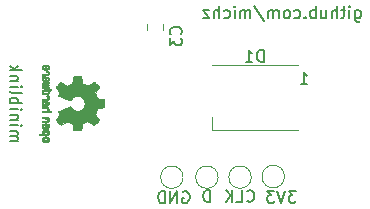
<source format=gbr>
G04 #@! TF.GenerationSoftware,KiCad,Pcbnew,5.1.3-ffb9f22~84~ubuntu18.04.1*
G04 #@! TF.CreationDate,2019-07-28T18:08:26+02:00*
G04 #@! TF.ProjectId,board,626f6172-642e-46b6-9963-61645f706362,rev?*
G04 #@! TF.SameCoordinates,Original*
G04 #@! TF.FileFunction,Legend,Bot*
G04 #@! TF.FilePolarity,Positive*
%FSLAX46Y46*%
G04 Gerber Fmt 4.6, Leading zero omitted, Abs format (unit mm)*
G04 Created by KiCad (PCBNEW 5.1.3-ffb9f22~84~ubuntu18.04.1) date 2019-07-28 18:08:26*
%MOMM*%
%LPD*%
G04 APERTURE LIST*
%ADD10C,0.180000*%
%ADD11C,0.010000*%
%ADD12C,0.120000*%
%ADD13C,0.150000*%
G04 APERTURE END LIST*
D10*
X65587619Y-113514426D02*
X66254285Y-113514426D01*
X66159047Y-113514426D02*
X66206666Y-113466807D01*
X66254285Y-113371569D01*
X66254285Y-113228712D01*
X66206666Y-113133474D01*
X66111428Y-113085855D01*
X65587619Y-113085855D01*
X66111428Y-113085855D02*
X66206666Y-113038236D01*
X66254285Y-112942998D01*
X66254285Y-112800140D01*
X66206666Y-112704902D01*
X66111428Y-112657283D01*
X65587619Y-112657283D01*
X65587619Y-112181093D02*
X66254285Y-112181093D01*
X66587619Y-112181093D02*
X66540000Y-112228712D01*
X66492380Y-112181093D01*
X66540000Y-112133474D01*
X66587619Y-112181093D01*
X66492380Y-112181093D01*
X66254285Y-111704902D02*
X65587619Y-111704902D01*
X66159047Y-111704902D02*
X66206666Y-111657283D01*
X66254285Y-111562045D01*
X66254285Y-111419188D01*
X66206666Y-111323950D01*
X66111428Y-111276331D01*
X65587619Y-111276331D01*
X65587619Y-110800140D02*
X66254285Y-110800140D01*
X66587619Y-110800140D02*
X66540000Y-110847760D01*
X66492380Y-110800140D01*
X66540000Y-110752521D01*
X66587619Y-110800140D01*
X66492380Y-110800140D01*
X65587619Y-110323950D02*
X66587619Y-110323950D01*
X66206666Y-110323950D02*
X66254285Y-110228712D01*
X66254285Y-110038236D01*
X66206666Y-109942998D01*
X66159047Y-109895379D01*
X66063809Y-109847760D01*
X65778095Y-109847760D01*
X65682857Y-109895379D01*
X65635238Y-109942998D01*
X65587619Y-110038236D01*
X65587619Y-110228712D01*
X65635238Y-110323950D01*
X65587619Y-109276331D02*
X65635238Y-109371569D01*
X65730476Y-109419188D01*
X66587619Y-109419188D01*
X65587619Y-108895379D02*
X66254285Y-108895379D01*
X66587619Y-108895379D02*
X66540000Y-108942998D01*
X66492380Y-108895379D01*
X66540000Y-108847760D01*
X66587619Y-108895379D01*
X66492380Y-108895379D01*
X66254285Y-108419188D02*
X65587619Y-108419188D01*
X66159047Y-108419188D02*
X66206666Y-108371569D01*
X66254285Y-108276331D01*
X66254285Y-108133474D01*
X66206666Y-108038236D01*
X66111428Y-107990617D01*
X65587619Y-107990617D01*
X65587619Y-107514426D02*
X66587619Y-107514426D01*
X65968571Y-107419188D02*
X65587619Y-107133474D01*
X66254285Y-107133474D02*
X65873333Y-107514426D01*
X94807586Y-102427114D02*
X94807586Y-103236638D01*
X94855205Y-103331876D01*
X94902824Y-103379495D01*
X94998062Y-103427114D01*
X95140920Y-103427114D01*
X95236158Y-103379495D01*
X94807586Y-103046161D02*
X94902824Y-103093780D01*
X95093300Y-103093780D01*
X95188539Y-103046161D01*
X95236158Y-102998542D01*
X95283777Y-102903304D01*
X95283777Y-102617590D01*
X95236158Y-102522352D01*
X95188539Y-102474733D01*
X95093300Y-102427114D01*
X94902824Y-102427114D01*
X94807586Y-102474733D01*
X94331396Y-103093780D02*
X94331396Y-102427114D01*
X94331396Y-102093780D02*
X94379015Y-102141400D01*
X94331396Y-102189019D01*
X94283777Y-102141400D01*
X94331396Y-102093780D01*
X94331396Y-102189019D01*
X93998062Y-102427114D02*
X93617110Y-102427114D01*
X93855205Y-102093780D02*
X93855205Y-102950923D01*
X93807586Y-103046161D01*
X93712348Y-103093780D01*
X93617110Y-103093780D01*
X93283777Y-103093780D02*
X93283777Y-102093780D01*
X92855205Y-103093780D02*
X92855205Y-102569971D01*
X92902824Y-102474733D01*
X92998062Y-102427114D01*
X93140920Y-102427114D01*
X93236158Y-102474733D01*
X93283777Y-102522352D01*
X91950443Y-102427114D02*
X91950443Y-103093780D01*
X92379015Y-102427114D02*
X92379015Y-102950923D01*
X92331396Y-103046161D01*
X92236158Y-103093780D01*
X92093300Y-103093780D01*
X91998062Y-103046161D01*
X91950443Y-102998542D01*
X91474253Y-103093780D02*
X91474253Y-102093780D01*
X91474253Y-102474733D02*
X91379015Y-102427114D01*
X91188539Y-102427114D01*
X91093300Y-102474733D01*
X91045681Y-102522352D01*
X90998062Y-102617590D01*
X90998062Y-102903304D01*
X91045681Y-102998542D01*
X91093300Y-103046161D01*
X91188539Y-103093780D01*
X91379015Y-103093780D01*
X91474253Y-103046161D01*
X90569491Y-102998542D02*
X90521872Y-103046161D01*
X90569491Y-103093780D01*
X90617110Y-103046161D01*
X90569491Y-102998542D01*
X90569491Y-103093780D01*
X89664729Y-103046161D02*
X89759967Y-103093780D01*
X89950443Y-103093780D01*
X90045681Y-103046161D01*
X90093300Y-102998542D01*
X90140920Y-102903304D01*
X90140920Y-102617590D01*
X90093300Y-102522352D01*
X90045681Y-102474733D01*
X89950443Y-102427114D01*
X89759967Y-102427114D01*
X89664729Y-102474733D01*
X89093300Y-103093780D02*
X89188539Y-103046161D01*
X89236158Y-102998542D01*
X89283777Y-102903304D01*
X89283777Y-102617590D01*
X89236158Y-102522352D01*
X89188539Y-102474733D01*
X89093300Y-102427114D01*
X88950443Y-102427114D01*
X88855205Y-102474733D01*
X88807586Y-102522352D01*
X88759967Y-102617590D01*
X88759967Y-102903304D01*
X88807586Y-102998542D01*
X88855205Y-103046161D01*
X88950443Y-103093780D01*
X89093300Y-103093780D01*
X88331396Y-103093780D02*
X88331396Y-102427114D01*
X88331396Y-102522352D02*
X88283777Y-102474733D01*
X88188539Y-102427114D01*
X88045681Y-102427114D01*
X87950443Y-102474733D01*
X87902824Y-102569971D01*
X87902824Y-103093780D01*
X87902824Y-102569971D02*
X87855205Y-102474733D01*
X87759967Y-102427114D01*
X87617110Y-102427114D01*
X87521872Y-102474733D01*
X87474253Y-102569971D01*
X87474253Y-103093780D01*
X86283777Y-102046161D02*
X87140920Y-103331876D01*
X85950443Y-103093780D02*
X85950443Y-102427114D01*
X85950443Y-102522352D02*
X85902824Y-102474733D01*
X85807586Y-102427114D01*
X85664729Y-102427114D01*
X85569491Y-102474733D01*
X85521872Y-102569971D01*
X85521872Y-103093780D01*
X85521872Y-102569971D02*
X85474253Y-102474733D01*
X85379015Y-102427114D01*
X85236158Y-102427114D01*
X85140920Y-102474733D01*
X85093300Y-102569971D01*
X85093300Y-103093780D01*
X84617110Y-103093780D02*
X84617110Y-102427114D01*
X84617110Y-102093780D02*
X84664729Y-102141400D01*
X84617110Y-102189019D01*
X84569491Y-102141400D01*
X84617110Y-102093780D01*
X84617110Y-102189019D01*
X83712348Y-103046161D02*
X83807586Y-103093780D01*
X83998062Y-103093780D01*
X84093300Y-103046161D01*
X84140920Y-102998542D01*
X84188539Y-102903304D01*
X84188539Y-102617590D01*
X84140920Y-102522352D01*
X84093300Y-102474733D01*
X83998062Y-102427114D01*
X83807586Y-102427114D01*
X83712348Y-102474733D01*
X83283777Y-103093780D02*
X83283777Y-102093780D01*
X82855205Y-103093780D02*
X82855205Y-102569971D01*
X82902824Y-102474733D01*
X82998062Y-102427114D01*
X83140920Y-102427114D01*
X83236158Y-102474733D01*
X83283777Y-102522352D01*
X82474253Y-102427114D02*
X81950443Y-102427114D01*
X82474253Y-103093780D01*
X81950443Y-103093780D01*
D11*
G36*
X73590632Y-110213370D02*
G01*
X73590202Y-110134826D01*
X73589038Y-110077982D01*
X73586773Y-110039175D01*
X73583040Y-110014742D01*
X73577474Y-110001018D01*
X73569707Y-109994340D01*
X73559375Y-109991044D01*
X73558037Y-109990724D01*
X73533901Y-109985718D01*
X73486279Y-109976451D01*
X73420239Y-109963888D01*
X73340852Y-109948993D01*
X73253184Y-109932729D01*
X73250105Y-109932161D01*
X73164191Y-109915870D01*
X73088284Y-109900628D01*
X73026935Y-109887419D01*
X72984698Y-109877226D01*
X72966125Y-109871032D01*
X72965796Y-109870737D01*
X72956727Y-109852492D01*
X72941613Y-109814875D01*
X72923718Y-109766009D01*
X72923622Y-109765737D01*
X72900487Y-109704187D01*
X72871015Y-109631623D01*
X72841383Y-109563223D01*
X72839918Y-109559986D01*
X72789354Y-109448578D01*
X72957820Y-109201881D01*
X73009177Y-109126203D01*
X73055091Y-109057649D01*
X73092950Y-109000192D01*
X73120143Y-108957804D01*
X73134059Y-108934455D01*
X73135091Y-108932238D01*
X73130496Y-108915270D01*
X73108325Y-108883579D01*
X73067533Y-108835928D01*
X73007075Y-108771082D01*
X72942753Y-108704883D01*
X72879368Y-108641066D01*
X72821529Y-108583951D01*
X72772805Y-108536975D01*
X72736770Y-108503577D01*
X72716996Y-108487195D01*
X72715978Y-108486586D01*
X72702408Y-108484775D01*
X72680247Y-108491597D01*
X72646502Y-108508740D01*
X72598180Y-108537887D01*
X72532288Y-108580725D01*
X72447463Y-108637832D01*
X72372803Y-108688514D01*
X72305840Y-108733819D01*
X72250464Y-108771130D01*
X72210560Y-108797828D01*
X72190018Y-108811295D01*
X72188624Y-108812143D01*
X72168942Y-108810499D01*
X72130687Y-108798035D01*
X72081091Y-108777232D01*
X72065252Y-108769818D01*
X71994690Y-108737466D01*
X71914627Y-108702952D01*
X71845351Y-108674915D01*
X71793935Y-108654712D01*
X71754861Y-108638665D01*
X71734439Y-108629392D01*
X71732866Y-108628239D01*
X71730259Y-108611184D01*
X71723117Y-108570982D01*
X71712457Y-108512978D01*
X71699295Y-108442517D01*
X71684647Y-108364945D01*
X71669531Y-108285608D01*
X71654962Y-108209849D01*
X71641958Y-108143016D01*
X71631535Y-108090452D01*
X71624710Y-108057504D01*
X71622781Y-108049423D01*
X71618018Y-108041075D01*
X71607262Y-108034774D01*
X71586882Y-108030235D01*
X71553246Y-108027176D01*
X71502725Y-108025313D01*
X71431688Y-108024362D01*
X71336504Y-108024040D01*
X71297488Y-108024023D01*
X70980181Y-108024023D01*
X70965141Y-108100223D01*
X70956985Y-108142617D01*
X70945081Y-108205880D01*
X70930864Y-108282318D01*
X70915770Y-108364237D01*
X70911625Y-108386880D01*
X70896927Y-108462474D01*
X70882475Y-108528327D01*
X70869605Y-108578914D01*
X70859658Y-108608706D01*
X70856693Y-108613668D01*
X70835697Y-108625854D01*
X70795013Y-108643327D01*
X70742658Y-108662703D01*
X70731380Y-108666546D01*
X70661457Y-108691941D01*
X70582562Y-108723463D01*
X70511714Y-108754311D01*
X70511385Y-108754463D01*
X70400247Y-108805833D01*
X70151727Y-108636881D01*
X69903208Y-108467928D01*
X69685922Y-108684851D01*
X69621254Y-108750461D01*
X69564247Y-108810301D01*
X69517947Y-108861013D01*
X69485396Y-108899234D01*
X69469637Y-108921605D01*
X69468637Y-108924814D01*
X69476511Y-108943654D01*
X69498402Y-108982100D01*
X69531713Y-109035950D01*
X69573849Y-109101004D01*
X69621037Y-109171340D01*
X69669170Y-109242725D01*
X69711052Y-109306372D01*
X69744109Y-109358239D01*
X69765762Y-109394285D01*
X69773437Y-109410413D01*
X69766943Y-109430091D01*
X69749830Y-109467405D01*
X69725654Y-109514659D01*
X69722967Y-109519668D01*
X69691053Y-109583303D01*
X69675401Y-109626939D01*
X69675235Y-109654078D01*
X69689776Y-109668223D01*
X69689980Y-109668305D01*
X69707201Y-109675375D01*
X69748081Y-109692238D01*
X69809455Y-109717585D01*
X69888161Y-109750109D01*
X69981033Y-109788502D01*
X70084908Y-109831458D01*
X70185478Y-109873058D01*
X70296464Y-109918776D01*
X70399277Y-109960754D01*
X70490765Y-109997732D01*
X70567779Y-110028453D01*
X70627165Y-110051658D01*
X70665771Y-110066090D01*
X70680180Y-110070537D01*
X70696708Y-110059384D01*
X70723050Y-110030211D01*
X70752093Y-109991309D01*
X70843941Y-109880523D01*
X70949221Y-109793929D01*
X71065714Y-109732564D01*
X71191204Y-109697465D01*
X71323473Y-109689672D01*
X71384523Y-109695337D01*
X71511185Y-109726202D01*
X71623039Y-109779360D01*
X71718979Y-109851513D01*
X71797904Y-109939363D01*
X71858710Y-110039615D01*
X71900293Y-110148970D01*
X71921552Y-110264133D01*
X71921381Y-110381805D01*
X71898679Y-110498690D01*
X71852342Y-110611491D01*
X71781267Y-110716911D01*
X71741069Y-110760912D01*
X71637851Y-110845301D01*
X71525055Y-110904058D01*
X71405970Y-110937576D01*
X71283885Y-110946245D01*
X71162087Y-110930457D01*
X71043864Y-110890602D01*
X70932505Y-110827073D01*
X70831296Y-110740259D01*
X70752093Y-110643251D01*
X70721818Y-110602843D01*
X70695761Y-110574298D01*
X70680155Y-110564023D01*
X70663137Y-110569403D01*
X70622480Y-110584705D01*
X70561338Y-110608668D01*
X70482861Y-110640036D01*
X70390200Y-110677548D01*
X70286508Y-110719947D01*
X70185454Y-110761617D01*
X70074373Y-110807590D01*
X69971439Y-110850173D01*
X69879815Y-110888059D01*
X69802664Y-110919940D01*
X69743149Y-110944509D01*
X69704436Y-110960460D01*
X69689980Y-110966370D01*
X69675295Y-110980332D01*
X69675338Y-111007340D01*
X69690881Y-111050867D01*
X69722696Y-111114390D01*
X69722967Y-111114892D01*
X69747657Y-111162720D01*
X69765642Y-111201383D01*
X69773366Y-111223185D01*
X69773437Y-111224147D01*
X69765602Y-111240559D01*
X69743815Y-111276793D01*
X69710652Y-111328806D01*
X69668689Y-111392555D01*
X69621037Y-111463220D01*
X69572789Y-111535164D01*
X69530829Y-111600006D01*
X69497753Y-111653545D01*
X69476159Y-111691583D01*
X69468637Y-111709747D01*
X69478523Y-111726472D01*
X69506154Y-111760100D01*
X69548485Y-111807270D01*
X69602475Y-111864622D01*
X69665081Y-111928796D01*
X69685997Y-111949783D01*
X69903357Y-112166781D01*
X70145760Y-112001612D01*
X70220199Y-111951416D01*
X70287008Y-111907361D01*
X70342315Y-111871918D01*
X70382251Y-111847561D01*
X70402944Y-111836758D01*
X70404417Y-111836442D01*
X70423922Y-111842137D01*
X70463158Y-111857454D01*
X70515550Y-111879743D01*
X70550625Y-111895387D01*
X70617779Y-111924639D01*
X70685622Y-111952186D01*
X70742946Y-111973543D01*
X70760408Y-111979345D01*
X70807042Y-111995828D01*
X70843075Y-112011940D01*
X70856693Y-112020790D01*
X70865028Y-112040320D01*
X70876843Y-112082946D01*
X70890799Y-112143135D01*
X70905558Y-112215358D01*
X70911625Y-112247680D01*
X70926707Y-112329758D01*
X70941311Y-112408485D01*
X70954000Y-112476171D01*
X70963338Y-112525120D01*
X70965141Y-112534337D01*
X70980181Y-112610537D01*
X71297488Y-112610537D01*
X71401826Y-112610366D01*
X71480767Y-112609664D01*
X71537942Y-112608146D01*
X71576981Y-112605531D01*
X71601515Y-112601534D01*
X71615175Y-112595871D01*
X71621591Y-112588260D01*
X71622781Y-112585137D01*
X71627000Y-112566302D01*
X71635418Y-112524692D01*
X71647019Y-112465650D01*
X71660785Y-112394523D01*
X71675700Y-112316655D01*
X71690748Y-112237393D01*
X71704911Y-112162082D01*
X71717174Y-112096067D01*
X71726519Y-112044693D01*
X71731930Y-112013305D01*
X71732866Y-112006321D01*
X71745384Y-111999995D01*
X71778734Y-111985990D01*
X71826603Y-111966925D01*
X71845351Y-111959646D01*
X71917785Y-111930284D01*
X71997810Y-111895709D01*
X72065252Y-111864743D01*
X72116821Y-111841957D01*
X72159195Y-111826798D01*
X72185146Y-111821738D01*
X72188624Y-111822544D01*
X72205044Y-111833239D01*
X72241563Y-111857660D01*
X72294293Y-111893185D01*
X72359345Y-111937193D01*
X72432829Y-111987063D01*
X72447335Y-111996924D01*
X72533276Y-112054788D01*
X72598719Y-112097324D01*
X72646676Y-112126226D01*
X72680160Y-112143190D01*
X72702185Y-112149913D01*
X72715763Y-112148090D01*
X72715849Y-112148044D01*
X72733683Y-112133694D01*
X72768163Y-112101957D01*
X72815712Y-112056270D01*
X72872758Y-112000076D01*
X72935725Y-111936812D01*
X72942753Y-111929678D01*
X73019960Y-111849950D01*
X73076650Y-111788423D01*
X73113870Y-111743859D01*
X73132665Y-111715023D01*
X73135091Y-111702322D01*
X73124509Y-111683786D01*
X73100064Y-111645319D01*
X73064368Y-111590894D01*
X73020033Y-111524482D01*
X72969669Y-111450055D01*
X72957820Y-111432679D01*
X72789354Y-111185983D01*
X72839918Y-111074574D01*
X72869385Y-111006823D01*
X72899021Y-110934097D01*
X72922650Y-110871577D01*
X72923622Y-110868823D01*
X72941523Y-110819920D01*
X72956660Y-110782223D01*
X72965770Y-110763855D01*
X72965796Y-110763824D01*
X72982263Y-110757995D01*
X73022761Y-110748088D01*
X73082738Y-110735085D01*
X73157640Y-110719971D01*
X73242916Y-110703728D01*
X73250105Y-110702399D01*
X73337966Y-110686105D01*
X73417720Y-110671147D01*
X73484299Y-110658489D01*
X73532633Y-110649094D01*
X73557655Y-110643926D01*
X73558037Y-110643836D01*
X73568681Y-110640691D01*
X73576718Y-110634576D01*
X73582513Y-110621827D01*
X73586433Y-110598780D01*
X73588845Y-110561771D01*
X73590115Y-110507136D01*
X73590609Y-110431213D01*
X73590694Y-110330336D01*
X73590694Y-110317280D01*
X73590632Y-110213370D01*
X73590632Y-110213370D01*
G37*
X73590632Y-110213370D02*
X73590202Y-110134826D01*
X73589038Y-110077982D01*
X73586773Y-110039175D01*
X73583040Y-110014742D01*
X73577474Y-110001018D01*
X73569707Y-109994340D01*
X73559375Y-109991044D01*
X73558037Y-109990724D01*
X73533901Y-109985718D01*
X73486279Y-109976451D01*
X73420239Y-109963888D01*
X73340852Y-109948993D01*
X73253184Y-109932729D01*
X73250105Y-109932161D01*
X73164191Y-109915870D01*
X73088284Y-109900628D01*
X73026935Y-109887419D01*
X72984698Y-109877226D01*
X72966125Y-109871032D01*
X72965796Y-109870737D01*
X72956727Y-109852492D01*
X72941613Y-109814875D01*
X72923718Y-109766009D01*
X72923622Y-109765737D01*
X72900487Y-109704187D01*
X72871015Y-109631623D01*
X72841383Y-109563223D01*
X72839918Y-109559986D01*
X72789354Y-109448578D01*
X72957820Y-109201881D01*
X73009177Y-109126203D01*
X73055091Y-109057649D01*
X73092950Y-109000192D01*
X73120143Y-108957804D01*
X73134059Y-108934455D01*
X73135091Y-108932238D01*
X73130496Y-108915270D01*
X73108325Y-108883579D01*
X73067533Y-108835928D01*
X73007075Y-108771082D01*
X72942753Y-108704883D01*
X72879368Y-108641066D01*
X72821529Y-108583951D01*
X72772805Y-108536975D01*
X72736770Y-108503577D01*
X72716996Y-108487195D01*
X72715978Y-108486586D01*
X72702408Y-108484775D01*
X72680247Y-108491597D01*
X72646502Y-108508740D01*
X72598180Y-108537887D01*
X72532288Y-108580725D01*
X72447463Y-108637832D01*
X72372803Y-108688514D01*
X72305840Y-108733819D01*
X72250464Y-108771130D01*
X72210560Y-108797828D01*
X72190018Y-108811295D01*
X72188624Y-108812143D01*
X72168942Y-108810499D01*
X72130687Y-108798035D01*
X72081091Y-108777232D01*
X72065252Y-108769818D01*
X71994690Y-108737466D01*
X71914627Y-108702952D01*
X71845351Y-108674915D01*
X71793935Y-108654712D01*
X71754861Y-108638665D01*
X71734439Y-108629392D01*
X71732866Y-108628239D01*
X71730259Y-108611184D01*
X71723117Y-108570982D01*
X71712457Y-108512978D01*
X71699295Y-108442517D01*
X71684647Y-108364945D01*
X71669531Y-108285608D01*
X71654962Y-108209849D01*
X71641958Y-108143016D01*
X71631535Y-108090452D01*
X71624710Y-108057504D01*
X71622781Y-108049423D01*
X71618018Y-108041075D01*
X71607262Y-108034774D01*
X71586882Y-108030235D01*
X71553246Y-108027176D01*
X71502725Y-108025313D01*
X71431688Y-108024362D01*
X71336504Y-108024040D01*
X71297488Y-108024023D01*
X70980181Y-108024023D01*
X70965141Y-108100223D01*
X70956985Y-108142617D01*
X70945081Y-108205880D01*
X70930864Y-108282318D01*
X70915770Y-108364237D01*
X70911625Y-108386880D01*
X70896927Y-108462474D01*
X70882475Y-108528327D01*
X70869605Y-108578914D01*
X70859658Y-108608706D01*
X70856693Y-108613668D01*
X70835697Y-108625854D01*
X70795013Y-108643327D01*
X70742658Y-108662703D01*
X70731380Y-108666546D01*
X70661457Y-108691941D01*
X70582562Y-108723463D01*
X70511714Y-108754311D01*
X70511385Y-108754463D01*
X70400247Y-108805833D01*
X70151727Y-108636881D01*
X69903208Y-108467928D01*
X69685922Y-108684851D01*
X69621254Y-108750461D01*
X69564247Y-108810301D01*
X69517947Y-108861013D01*
X69485396Y-108899234D01*
X69469637Y-108921605D01*
X69468637Y-108924814D01*
X69476511Y-108943654D01*
X69498402Y-108982100D01*
X69531713Y-109035950D01*
X69573849Y-109101004D01*
X69621037Y-109171340D01*
X69669170Y-109242725D01*
X69711052Y-109306372D01*
X69744109Y-109358239D01*
X69765762Y-109394285D01*
X69773437Y-109410413D01*
X69766943Y-109430091D01*
X69749830Y-109467405D01*
X69725654Y-109514659D01*
X69722967Y-109519668D01*
X69691053Y-109583303D01*
X69675401Y-109626939D01*
X69675235Y-109654078D01*
X69689776Y-109668223D01*
X69689980Y-109668305D01*
X69707201Y-109675375D01*
X69748081Y-109692238D01*
X69809455Y-109717585D01*
X69888161Y-109750109D01*
X69981033Y-109788502D01*
X70084908Y-109831458D01*
X70185478Y-109873058D01*
X70296464Y-109918776D01*
X70399277Y-109960754D01*
X70490765Y-109997732D01*
X70567779Y-110028453D01*
X70627165Y-110051658D01*
X70665771Y-110066090D01*
X70680180Y-110070537D01*
X70696708Y-110059384D01*
X70723050Y-110030211D01*
X70752093Y-109991309D01*
X70843941Y-109880523D01*
X70949221Y-109793929D01*
X71065714Y-109732564D01*
X71191204Y-109697465D01*
X71323473Y-109689672D01*
X71384523Y-109695337D01*
X71511185Y-109726202D01*
X71623039Y-109779360D01*
X71718979Y-109851513D01*
X71797904Y-109939363D01*
X71858710Y-110039615D01*
X71900293Y-110148970D01*
X71921552Y-110264133D01*
X71921381Y-110381805D01*
X71898679Y-110498690D01*
X71852342Y-110611491D01*
X71781267Y-110716911D01*
X71741069Y-110760912D01*
X71637851Y-110845301D01*
X71525055Y-110904058D01*
X71405970Y-110937576D01*
X71283885Y-110946245D01*
X71162087Y-110930457D01*
X71043864Y-110890602D01*
X70932505Y-110827073D01*
X70831296Y-110740259D01*
X70752093Y-110643251D01*
X70721818Y-110602843D01*
X70695761Y-110574298D01*
X70680155Y-110564023D01*
X70663137Y-110569403D01*
X70622480Y-110584705D01*
X70561338Y-110608668D01*
X70482861Y-110640036D01*
X70390200Y-110677548D01*
X70286508Y-110719947D01*
X70185454Y-110761617D01*
X70074373Y-110807590D01*
X69971439Y-110850173D01*
X69879815Y-110888059D01*
X69802664Y-110919940D01*
X69743149Y-110944509D01*
X69704436Y-110960460D01*
X69689980Y-110966370D01*
X69675295Y-110980332D01*
X69675338Y-111007340D01*
X69690881Y-111050867D01*
X69722696Y-111114390D01*
X69722967Y-111114892D01*
X69747657Y-111162720D01*
X69765642Y-111201383D01*
X69773366Y-111223185D01*
X69773437Y-111224147D01*
X69765602Y-111240559D01*
X69743815Y-111276793D01*
X69710652Y-111328806D01*
X69668689Y-111392555D01*
X69621037Y-111463220D01*
X69572789Y-111535164D01*
X69530829Y-111600006D01*
X69497753Y-111653545D01*
X69476159Y-111691583D01*
X69468637Y-111709747D01*
X69478523Y-111726472D01*
X69506154Y-111760100D01*
X69548485Y-111807270D01*
X69602475Y-111864622D01*
X69665081Y-111928796D01*
X69685997Y-111949783D01*
X69903357Y-112166781D01*
X70145760Y-112001612D01*
X70220199Y-111951416D01*
X70287008Y-111907361D01*
X70342315Y-111871918D01*
X70382251Y-111847561D01*
X70402944Y-111836758D01*
X70404417Y-111836442D01*
X70423922Y-111842137D01*
X70463158Y-111857454D01*
X70515550Y-111879743D01*
X70550625Y-111895387D01*
X70617779Y-111924639D01*
X70685622Y-111952186D01*
X70742946Y-111973543D01*
X70760408Y-111979345D01*
X70807042Y-111995828D01*
X70843075Y-112011940D01*
X70856693Y-112020790D01*
X70865028Y-112040320D01*
X70876843Y-112082946D01*
X70890799Y-112143135D01*
X70905558Y-112215358D01*
X70911625Y-112247680D01*
X70926707Y-112329758D01*
X70941311Y-112408485D01*
X70954000Y-112476171D01*
X70963338Y-112525120D01*
X70965141Y-112534337D01*
X70980181Y-112610537D01*
X71297488Y-112610537D01*
X71401826Y-112610366D01*
X71480767Y-112609664D01*
X71537942Y-112608146D01*
X71576981Y-112605531D01*
X71601515Y-112601534D01*
X71615175Y-112595871D01*
X71621591Y-112588260D01*
X71622781Y-112585137D01*
X71627000Y-112566302D01*
X71635418Y-112524692D01*
X71647019Y-112465650D01*
X71660785Y-112394523D01*
X71675700Y-112316655D01*
X71690748Y-112237393D01*
X71704911Y-112162082D01*
X71717174Y-112096067D01*
X71726519Y-112044693D01*
X71731930Y-112013305D01*
X71732866Y-112006321D01*
X71745384Y-111999995D01*
X71778734Y-111985990D01*
X71826603Y-111966925D01*
X71845351Y-111959646D01*
X71917785Y-111930284D01*
X71997810Y-111895709D01*
X72065252Y-111864743D01*
X72116821Y-111841957D01*
X72159195Y-111826798D01*
X72185146Y-111821738D01*
X72188624Y-111822544D01*
X72205044Y-111833239D01*
X72241563Y-111857660D01*
X72294293Y-111893185D01*
X72359345Y-111937193D01*
X72432829Y-111987063D01*
X72447335Y-111996924D01*
X72533276Y-112054788D01*
X72598719Y-112097324D01*
X72646676Y-112126226D01*
X72680160Y-112143190D01*
X72702185Y-112149913D01*
X72715763Y-112148090D01*
X72715849Y-112148044D01*
X72733683Y-112133694D01*
X72768163Y-112101957D01*
X72815712Y-112056270D01*
X72872758Y-112000076D01*
X72935725Y-111936812D01*
X72942753Y-111929678D01*
X73019960Y-111849950D01*
X73076650Y-111788423D01*
X73113870Y-111743859D01*
X73132665Y-111715023D01*
X73135091Y-111702322D01*
X73124509Y-111683786D01*
X73100064Y-111645319D01*
X73064368Y-111590894D01*
X73020033Y-111524482D01*
X72969669Y-111450055D01*
X72957820Y-111432679D01*
X72789354Y-111185983D01*
X72839918Y-111074574D01*
X72869385Y-111006823D01*
X72899021Y-110934097D01*
X72922650Y-110871577D01*
X72923622Y-110868823D01*
X72941523Y-110819920D01*
X72956660Y-110782223D01*
X72965770Y-110763855D01*
X72965796Y-110763824D01*
X72982263Y-110757995D01*
X73022761Y-110748088D01*
X73082738Y-110735085D01*
X73157640Y-110719971D01*
X73242916Y-110703728D01*
X73250105Y-110702399D01*
X73337966Y-110686105D01*
X73417720Y-110671147D01*
X73484299Y-110658489D01*
X73532633Y-110649094D01*
X73557655Y-110643926D01*
X73558037Y-110643836D01*
X73568681Y-110640691D01*
X73576718Y-110634576D01*
X73582513Y-110621827D01*
X73586433Y-110598780D01*
X73588845Y-110561771D01*
X73590115Y-110507136D01*
X73590609Y-110431213D01*
X73590694Y-110330336D01*
X73590694Y-110317280D01*
X73590632Y-110213370D01*
G36*
X68866014Y-107163685D02*
G01*
X68828483Y-107106259D01*
X68794884Y-107078561D01*
X68733916Y-107056618D01*
X68685672Y-107054875D01*
X68621164Y-107058823D01*
X68556046Y-107207594D01*
X68522778Y-107279931D01*
X68496016Y-107327196D01*
X68472836Y-107351773D01*
X68450313Y-107356043D01*
X68425525Y-107342391D01*
X68409094Y-107327337D01*
X68382745Y-107283534D01*
X68380899Y-107235891D01*
X68401434Y-107192135D01*
X68442228Y-107159991D01*
X68456633Y-107154242D01*
X68501624Y-107126704D01*
X68520798Y-107095022D01*
X68537201Y-107051566D01*
X68475014Y-107051566D01*
X68432697Y-107055408D01*
X68397011Y-107070457D01*
X68356037Y-107102000D01*
X68350713Y-107106688D01*
X68314260Y-107141774D01*
X68294697Y-107171933D01*
X68285697Y-107209665D01*
X68282750Y-107240945D01*
X68282015Y-107296895D01*
X68291320Y-107336725D01*
X68305134Y-107361572D01*
X68335513Y-107400624D01*
X68368367Y-107427655D01*
X68409686Y-107444763D01*
X68465459Y-107454042D01*
X68541675Y-107457587D01*
X68580358Y-107457870D01*
X68626733Y-107456908D01*
X68626733Y-107369273D01*
X68601854Y-107368257D01*
X68597780Y-107365724D01*
X68603315Y-107349006D01*
X68617963Y-107313031D01*
X68638790Y-107264949D01*
X68643266Y-107254894D01*
X68674166Y-107194128D01*
X68701323Y-107160648D01*
X68726760Y-107153290D01*
X68752499Y-107170889D01*
X68763871Y-107185424D01*
X68786616Y-107237870D01*
X68782858Y-107286958D01*
X68755096Y-107328053D01*
X68705828Y-107356522D01*
X68666723Y-107365649D01*
X68626733Y-107369273D01*
X68626733Y-107456908D01*
X68670731Y-107455995D01*
X68737596Y-107449084D01*
X68786285Y-107435396D01*
X68822131Y-107413184D01*
X68850467Y-107380706D01*
X68859625Y-107366547D01*
X68883473Y-107302227D01*
X68884974Y-107231807D01*
X68866014Y-107163685D01*
X68866014Y-107163685D01*
G37*
X68866014Y-107163685D02*
X68828483Y-107106259D01*
X68794884Y-107078561D01*
X68733916Y-107056618D01*
X68685672Y-107054875D01*
X68621164Y-107058823D01*
X68556046Y-107207594D01*
X68522778Y-107279931D01*
X68496016Y-107327196D01*
X68472836Y-107351773D01*
X68450313Y-107356043D01*
X68425525Y-107342391D01*
X68409094Y-107327337D01*
X68382745Y-107283534D01*
X68380899Y-107235891D01*
X68401434Y-107192135D01*
X68442228Y-107159991D01*
X68456633Y-107154242D01*
X68501624Y-107126704D01*
X68520798Y-107095022D01*
X68537201Y-107051566D01*
X68475014Y-107051566D01*
X68432697Y-107055408D01*
X68397011Y-107070457D01*
X68356037Y-107102000D01*
X68350713Y-107106688D01*
X68314260Y-107141774D01*
X68294697Y-107171933D01*
X68285697Y-107209665D01*
X68282750Y-107240945D01*
X68282015Y-107296895D01*
X68291320Y-107336725D01*
X68305134Y-107361572D01*
X68335513Y-107400624D01*
X68368367Y-107427655D01*
X68409686Y-107444763D01*
X68465459Y-107454042D01*
X68541675Y-107457587D01*
X68580358Y-107457870D01*
X68626733Y-107456908D01*
X68626733Y-107369273D01*
X68601854Y-107368257D01*
X68597780Y-107365724D01*
X68603315Y-107349006D01*
X68617963Y-107313031D01*
X68638790Y-107264949D01*
X68643266Y-107254894D01*
X68674166Y-107194128D01*
X68701323Y-107160648D01*
X68726760Y-107153290D01*
X68752499Y-107170889D01*
X68763871Y-107185424D01*
X68786616Y-107237870D01*
X68782858Y-107286958D01*
X68755096Y-107328053D01*
X68705828Y-107356522D01*
X68666723Y-107365649D01*
X68626733Y-107369273D01*
X68626733Y-107456908D01*
X68670731Y-107455995D01*
X68737596Y-107449084D01*
X68786285Y-107435396D01*
X68822131Y-107413184D01*
X68850467Y-107380706D01*
X68859625Y-107366547D01*
X68883473Y-107302227D01*
X68884974Y-107231807D01*
X68866014Y-107163685D01*
G36*
X68874228Y-107664680D02*
G01*
X68866646Y-107647332D01*
X68833852Y-107605924D01*
X68786433Y-107570515D01*
X68735829Y-107548616D01*
X68710882Y-107545051D01*
X68676053Y-107557001D01*
X68657623Y-107583213D01*
X68646464Y-107611316D01*
X68644408Y-107624185D01*
X68659331Y-107630451D01*
X68691805Y-107642824D01*
X68706478Y-107648252D01*
X68757236Y-107678690D01*
X68782553Y-107722760D01*
X68781774Y-107779270D01*
X68780777Y-107783455D01*
X68766473Y-107813625D01*
X68738587Y-107835804D01*
X68693693Y-107850953D01*
X68628365Y-107860030D01*
X68539176Y-107863994D01*
X68491719Y-107864366D01*
X68416909Y-107864550D01*
X68365911Y-107865758D01*
X68333509Y-107868971D01*
X68314485Y-107875171D01*
X68303624Y-107885340D01*
X68295708Y-107900461D01*
X68295310Y-107901334D01*
X68282999Y-107930452D01*
X68278466Y-107944877D01*
X68292171Y-107947094D01*
X68330055Y-107948991D01*
X68387265Y-107950433D01*
X68458953Y-107951282D01*
X68511415Y-107951451D01*
X68612933Y-107950588D01*
X68689948Y-107947210D01*
X68746957Y-107940138D01*
X68788454Y-107928192D01*
X68818937Y-107910190D01*
X68842900Y-107884953D01*
X68859625Y-107860033D01*
X68881883Y-107800109D01*
X68886904Y-107730369D01*
X68874228Y-107664680D01*
X68874228Y-107664680D01*
G37*
X68874228Y-107664680D02*
X68866646Y-107647332D01*
X68833852Y-107605924D01*
X68786433Y-107570515D01*
X68735829Y-107548616D01*
X68710882Y-107545051D01*
X68676053Y-107557001D01*
X68657623Y-107583213D01*
X68646464Y-107611316D01*
X68644408Y-107624185D01*
X68659331Y-107630451D01*
X68691805Y-107642824D01*
X68706478Y-107648252D01*
X68757236Y-107678690D01*
X68782553Y-107722760D01*
X68781774Y-107779270D01*
X68780777Y-107783455D01*
X68766473Y-107813625D01*
X68738587Y-107835804D01*
X68693693Y-107850953D01*
X68628365Y-107860030D01*
X68539176Y-107863994D01*
X68491719Y-107864366D01*
X68416909Y-107864550D01*
X68365911Y-107865758D01*
X68333509Y-107868971D01*
X68314485Y-107875171D01*
X68303624Y-107885340D01*
X68295708Y-107900461D01*
X68295310Y-107901334D01*
X68282999Y-107930452D01*
X68278466Y-107944877D01*
X68292171Y-107947094D01*
X68330055Y-107948991D01*
X68387265Y-107950433D01*
X68458953Y-107951282D01*
X68511415Y-107951451D01*
X68612933Y-107950588D01*
X68689948Y-107947210D01*
X68746957Y-107940138D01*
X68788454Y-107928192D01*
X68818937Y-107910190D01*
X68842900Y-107884953D01*
X68859625Y-107860033D01*
X68881883Y-107800109D01*
X68886904Y-107730369D01*
X68874228Y-107664680D01*
G36*
X68876645Y-108172404D02*
G01*
X68857636Y-108130613D01*
X68834602Y-108097811D01*
X68808847Y-108073777D01*
X68775622Y-108057183D01*
X68730180Y-108046703D01*
X68667773Y-108041009D01*
X68583653Y-108038773D01*
X68528259Y-108038537D01*
X68312154Y-108038537D01*
X68295310Y-108075506D01*
X68282999Y-108104624D01*
X68278466Y-108119049D01*
X68291955Y-108121808D01*
X68328327Y-108123998D01*
X68381438Y-108125338D01*
X68423608Y-108125623D01*
X68484533Y-108126846D01*
X68532865Y-108130144D01*
X68562462Y-108134959D01*
X68568751Y-108138784D01*
X68562328Y-108164497D01*
X68545855Y-108204862D01*
X68523522Y-108251601D01*
X68499523Y-108296435D01*
X68478050Y-108331087D01*
X68463295Y-108347278D01*
X68463135Y-108347342D01*
X68435828Y-108345950D01*
X68409761Y-108333462D01*
X68388588Y-108311537D01*
X68381506Y-108279537D01*
X68382331Y-108252188D01*
X68382938Y-108213454D01*
X68373864Y-108193122D01*
X68349888Y-108180911D01*
X68345367Y-108179371D01*
X68311174Y-108174077D01*
X68290412Y-108188233D01*
X68280518Y-108225132D01*
X68278688Y-108264991D01*
X68292253Y-108336718D01*
X68311625Y-108373848D01*
X68357135Y-108419704D01*
X68412997Y-108444024D01*
X68472023Y-108446207D01*
X68527027Y-108425651D01*
X68561494Y-108394731D01*
X68580791Y-108363860D01*
X68605221Y-108315338D01*
X68629995Y-108258795D01*
X68633781Y-108249370D01*
X68661189Y-108187261D01*
X68685346Y-108151458D01*
X68709361Y-108139943D01*
X68736345Y-108150700D01*
X68757437Y-108169166D01*
X68783408Y-108212811D01*
X68785356Y-108260834D01*
X68765343Y-108304874D01*
X68725429Y-108336571D01*
X68715132Y-108340731D01*
X68677256Y-108364953D01*
X68649138Y-108400315D01*
X68626063Y-108444937D01*
X68691495Y-108444937D01*
X68731474Y-108442311D01*
X68762983Y-108431050D01*
X68796602Y-108406081D01*
X68822496Y-108382111D01*
X68859163Y-108344839D01*
X68878859Y-108315879D01*
X68886760Y-108284775D01*
X68888066Y-108249567D01*
X68876645Y-108172404D01*
X68876645Y-108172404D01*
G37*
X68876645Y-108172404D02*
X68857636Y-108130613D01*
X68834602Y-108097811D01*
X68808847Y-108073777D01*
X68775622Y-108057183D01*
X68730180Y-108046703D01*
X68667773Y-108041009D01*
X68583653Y-108038773D01*
X68528259Y-108038537D01*
X68312154Y-108038537D01*
X68295310Y-108075506D01*
X68282999Y-108104624D01*
X68278466Y-108119049D01*
X68291955Y-108121808D01*
X68328327Y-108123998D01*
X68381438Y-108125338D01*
X68423608Y-108125623D01*
X68484533Y-108126846D01*
X68532865Y-108130144D01*
X68562462Y-108134959D01*
X68568751Y-108138784D01*
X68562328Y-108164497D01*
X68545855Y-108204862D01*
X68523522Y-108251601D01*
X68499523Y-108296435D01*
X68478050Y-108331087D01*
X68463295Y-108347278D01*
X68463135Y-108347342D01*
X68435828Y-108345950D01*
X68409761Y-108333462D01*
X68388588Y-108311537D01*
X68381506Y-108279537D01*
X68382331Y-108252188D01*
X68382938Y-108213454D01*
X68373864Y-108193122D01*
X68349888Y-108180911D01*
X68345367Y-108179371D01*
X68311174Y-108174077D01*
X68290412Y-108188233D01*
X68280518Y-108225132D01*
X68278688Y-108264991D01*
X68292253Y-108336718D01*
X68311625Y-108373848D01*
X68357135Y-108419704D01*
X68412997Y-108444024D01*
X68472023Y-108446207D01*
X68527027Y-108425651D01*
X68561494Y-108394731D01*
X68580791Y-108363860D01*
X68605221Y-108315338D01*
X68629995Y-108258795D01*
X68633781Y-108249370D01*
X68661189Y-108187261D01*
X68685346Y-108151458D01*
X68709361Y-108139943D01*
X68736345Y-108150700D01*
X68757437Y-108169166D01*
X68783408Y-108212811D01*
X68785356Y-108260834D01*
X68765343Y-108304874D01*
X68725429Y-108336571D01*
X68715132Y-108340731D01*
X68677256Y-108364953D01*
X68649138Y-108400315D01*
X68626063Y-108444937D01*
X68691495Y-108444937D01*
X68731474Y-108442311D01*
X68762983Y-108431050D01*
X68796602Y-108406081D01*
X68822496Y-108382111D01*
X68859163Y-108344839D01*
X68878859Y-108315879D01*
X68886760Y-108284775D01*
X68888066Y-108249567D01*
X68876645Y-108172404D01*
G36*
X68874317Y-108537447D02*
G01*
X68836130Y-108535232D01*
X68778094Y-108533496D01*
X68704800Y-108532381D01*
X68627925Y-108532023D01*
X68367784Y-108532023D01*
X68321853Y-108577954D01*
X68293551Y-108609605D01*
X68282087Y-108637390D01*
X68282812Y-108675365D01*
X68284659Y-108690440D01*
X68290032Y-108737554D01*
X68293111Y-108776524D01*
X68293395Y-108786023D01*
X68291535Y-108818047D01*
X68286866Y-108863848D01*
X68284659Y-108881606D01*
X68281245Y-108925223D01*
X68288660Y-108954535D01*
X68311553Y-108983600D01*
X68321853Y-108994092D01*
X68367784Y-109040023D01*
X68854378Y-109040023D01*
X68871222Y-109003054D01*
X68883698Y-108971221D01*
X68888066Y-108952597D01*
X68874262Y-108947822D01*
X68835694Y-108943359D01*
X68776624Y-108939505D01*
X68701317Y-108936558D01*
X68637694Y-108935137D01*
X68387323Y-108931166D01*
X68382424Y-108896521D01*
X68385849Y-108865012D01*
X68396939Y-108849572D01*
X68417672Y-108845257D01*
X68461835Y-108841572D01*
X68523834Y-108838811D01*
X68598071Y-108837268D01*
X68636274Y-108837045D01*
X68856197Y-108836823D01*
X68872131Y-108791114D01*
X68882965Y-108758762D01*
X68888018Y-108741165D01*
X68888066Y-108740657D01*
X68874332Y-108738892D01*
X68836250Y-108736951D01*
X68778498Y-108734998D01*
X68705753Y-108733196D01*
X68637694Y-108731937D01*
X68387323Y-108727966D01*
X68387323Y-108640880D01*
X68615740Y-108636884D01*
X68844158Y-108632888D01*
X68866112Y-108590433D01*
X68881187Y-108559088D01*
X68888029Y-108540536D01*
X68888066Y-108540001D01*
X68874317Y-108537447D01*
X68874317Y-108537447D01*
G37*
X68874317Y-108537447D02*
X68836130Y-108535232D01*
X68778094Y-108533496D01*
X68704800Y-108532381D01*
X68627925Y-108532023D01*
X68367784Y-108532023D01*
X68321853Y-108577954D01*
X68293551Y-108609605D01*
X68282087Y-108637390D01*
X68282812Y-108675365D01*
X68284659Y-108690440D01*
X68290032Y-108737554D01*
X68293111Y-108776524D01*
X68293395Y-108786023D01*
X68291535Y-108818047D01*
X68286866Y-108863848D01*
X68284659Y-108881606D01*
X68281245Y-108925223D01*
X68288660Y-108954535D01*
X68311553Y-108983600D01*
X68321853Y-108994092D01*
X68367784Y-109040023D01*
X68854378Y-109040023D01*
X68871222Y-109003054D01*
X68883698Y-108971221D01*
X68888066Y-108952597D01*
X68874262Y-108947822D01*
X68835694Y-108943359D01*
X68776624Y-108939505D01*
X68701317Y-108936558D01*
X68637694Y-108935137D01*
X68387323Y-108931166D01*
X68382424Y-108896521D01*
X68385849Y-108865012D01*
X68396939Y-108849572D01*
X68417672Y-108845257D01*
X68461835Y-108841572D01*
X68523834Y-108838811D01*
X68598071Y-108837268D01*
X68636274Y-108837045D01*
X68856197Y-108836823D01*
X68872131Y-108791114D01*
X68882965Y-108758762D01*
X68888018Y-108741165D01*
X68888066Y-108740657D01*
X68874332Y-108738892D01*
X68836250Y-108736951D01*
X68778498Y-108734998D01*
X68705753Y-108733196D01*
X68637694Y-108731937D01*
X68387323Y-108727966D01*
X68387323Y-108640880D01*
X68615740Y-108636884D01*
X68844158Y-108632888D01*
X68866112Y-108590433D01*
X68881187Y-108559088D01*
X68888029Y-108540536D01*
X68888066Y-108540001D01*
X68874317Y-108537447D01*
G36*
X68767622Y-109127163D02*
G01*
X68659143Y-109127347D01*
X68575693Y-109128061D01*
X68513276Y-109129605D01*
X68467895Y-109132279D01*
X68435551Y-109136386D01*
X68412247Y-109142225D01*
X68393985Y-109150098D01*
X68383562Y-109156059D01*
X68327035Y-109205425D01*
X68291603Y-109268016D01*
X68278890Y-109337267D01*
X68290517Y-109406612D01*
X68311412Y-109447905D01*
X68347558Y-109491255D01*
X68391704Y-109520799D01*
X68449518Y-109538625D01*
X68526667Y-109546817D01*
X68583266Y-109547978D01*
X68587333Y-109547822D01*
X68587333Y-109446423D01*
X68522430Y-109445804D01*
X68479466Y-109442966D01*
X68451358Y-109436440D01*
X68431027Y-109424757D01*
X68415692Y-109410797D01*
X68386090Y-109363915D01*
X68383561Y-109313579D01*
X68408275Y-109266004D01*
X68411624Y-109262301D01*
X68429045Y-109246497D01*
X68449771Y-109236587D01*
X68480618Y-109231222D01*
X68528403Y-109229052D01*
X68581232Y-109228709D01*
X68647599Y-109229453D01*
X68691874Y-109232532D01*
X68720971Y-109239219D01*
X68741807Y-109250784D01*
X68752873Y-109260267D01*
X68780782Y-109304320D01*
X68784137Y-109355056D01*
X68762821Y-109403484D01*
X68754907Y-109412830D01*
X68737333Y-109428740D01*
X68716393Y-109438670D01*
X68685198Y-109444002D01*
X68636858Y-109446117D01*
X68587333Y-109446423D01*
X68587333Y-109547822D01*
X68674412Y-109544470D01*
X68742894Y-109532554D01*
X68794380Y-109510145D01*
X68834537Y-109475156D01*
X68855119Y-109447905D01*
X68877355Y-109398373D01*
X68887676Y-109340964D01*
X68884913Y-109287598D01*
X68873768Y-109257737D01*
X68870597Y-109246019D01*
X68882423Y-109238243D01*
X68914114Y-109232815D01*
X68962387Y-109228709D01*
X69016151Y-109224213D01*
X69048498Y-109217967D01*
X69066995Y-109206604D01*
X69079210Y-109186752D01*
X69084618Y-109174280D01*
X69104379Y-109127109D01*
X68767622Y-109127163D01*
X68767622Y-109127163D01*
G37*
X68767622Y-109127163D02*
X68659143Y-109127347D01*
X68575693Y-109128061D01*
X68513276Y-109129605D01*
X68467895Y-109132279D01*
X68435551Y-109136386D01*
X68412247Y-109142225D01*
X68393985Y-109150098D01*
X68383562Y-109156059D01*
X68327035Y-109205425D01*
X68291603Y-109268016D01*
X68278890Y-109337267D01*
X68290517Y-109406612D01*
X68311412Y-109447905D01*
X68347558Y-109491255D01*
X68391704Y-109520799D01*
X68449518Y-109538625D01*
X68526667Y-109546817D01*
X68583266Y-109547978D01*
X68587333Y-109547822D01*
X68587333Y-109446423D01*
X68522430Y-109445804D01*
X68479466Y-109442966D01*
X68451358Y-109436440D01*
X68431027Y-109424757D01*
X68415692Y-109410797D01*
X68386090Y-109363915D01*
X68383561Y-109313579D01*
X68408275Y-109266004D01*
X68411624Y-109262301D01*
X68429045Y-109246497D01*
X68449771Y-109236587D01*
X68480618Y-109231222D01*
X68528403Y-109229052D01*
X68581232Y-109228709D01*
X68647599Y-109229453D01*
X68691874Y-109232532D01*
X68720971Y-109239219D01*
X68741807Y-109250784D01*
X68752873Y-109260267D01*
X68780782Y-109304320D01*
X68784137Y-109355056D01*
X68762821Y-109403484D01*
X68754907Y-109412830D01*
X68737333Y-109428740D01*
X68716393Y-109438670D01*
X68685198Y-109444002D01*
X68636858Y-109446117D01*
X68587333Y-109446423D01*
X68587333Y-109547822D01*
X68674412Y-109544470D01*
X68742894Y-109532554D01*
X68794380Y-109510145D01*
X68834537Y-109475156D01*
X68855119Y-109447905D01*
X68877355Y-109398373D01*
X68887676Y-109340964D01*
X68884913Y-109287598D01*
X68873768Y-109257737D01*
X68870597Y-109246019D01*
X68882423Y-109238243D01*
X68914114Y-109232815D01*
X68962387Y-109228709D01*
X69016151Y-109224213D01*
X69048498Y-109217967D01*
X69066995Y-109206604D01*
X69079210Y-109186752D01*
X69084618Y-109174280D01*
X69104379Y-109127109D01*
X68767622Y-109127163D01*
G36*
X68883225Y-109787354D02*
G01*
X68858896Y-109721422D01*
X68815863Y-109668007D01*
X68785571Y-109647116D01*
X68729986Y-109624341D01*
X68689794Y-109624814D01*
X68662763Y-109648718D01*
X68658167Y-109657563D01*
X68643836Y-109695750D01*
X68647508Y-109715252D01*
X68671573Y-109721858D01*
X68684866Y-109722194D01*
X68733770Y-109734288D01*
X68767981Y-109765809D01*
X68784504Y-109809621D01*
X68780346Y-109858585D01*
X68758753Y-109898386D01*
X68746436Y-109911830D01*
X68731493Y-109921359D01*
X68708905Y-109927795D01*
X68673652Y-109931963D01*
X68620714Y-109934683D01*
X68545073Y-109936778D01*
X68521123Y-109937320D01*
X68439190Y-109939299D01*
X68381525Y-109941549D01*
X68343372Y-109944923D01*
X68319976Y-109950274D01*
X68306582Y-109958456D01*
X68298435Y-109970321D01*
X68294836Y-109977918D01*
X68282528Y-110010178D01*
X68278466Y-110029169D01*
X68292032Y-110035444D01*
X68333046Y-110039274D01*
X68401981Y-110040680D01*
X68499311Y-110039682D01*
X68514323Y-110039372D01*
X68603121Y-110037179D01*
X68667961Y-110034587D01*
X68713913Y-110030898D01*
X68746045Y-110025416D01*
X68769427Y-110017445D01*
X68789128Y-110006287D01*
X68797570Y-110000450D01*
X68834923Y-109966984D01*
X68863977Y-109929553D01*
X68866513Y-109924971D01*
X68886537Y-109857854D01*
X68883225Y-109787354D01*
X68883225Y-109787354D01*
G37*
X68883225Y-109787354D02*
X68858896Y-109721422D01*
X68815863Y-109668007D01*
X68785571Y-109647116D01*
X68729986Y-109624341D01*
X68689794Y-109624814D01*
X68662763Y-109648718D01*
X68658167Y-109657563D01*
X68643836Y-109695750D01*
X68647508Y-109715252D01*
X68671573Y-109721858D01*
X68684866Y-109722194D01*
X68733770Y-109734288D01*
X68767981Y-109765809D01*
X68784504Y-109809621D01*
X68780346Y-109858585D01*
X68758753Y-109898386D01*
X68746436Y-109911830D01*
X68731493Y-109921359D01*
X68708905Y-109927795D01*
X68673652Y-109931963D01*
X68620714Y-109934683D01*
X68545073Y-109936778D01*
X68521123Y-109937320D01*
X68439190Y-109939299D01*
X68381525Y-109941549D01*
X68343372Y-109944923D01*
X68319976Y-109950274D01*
X68306582Y-109958456D01*
X68298435Y-109970321D01*
X68294836Y-109977918D01*
X68282528Y-110010178D01*
X68278466Y-110029169D01*
X68292032Y-110035444D01*
X68333046Y-110039274D01*
X68401981Y-110040680D01*
X68499311Y-110039682D01*
X68514323Y-110039372D01*
X68603121Y-110037179D01*
X68667961Y-110034587D01*
X68713913Y-110030898D01*
X68746045Y-110025416D01*
X68769427Y-110017445D01*
X68789128Y-110006287D01*
X68797570Y-110000450D01*
X68834923Y-109966984D01*
X68863977Y-109929553D01*
X68866513Y-109924971D01*
X68886537Y-109857854D01*
X68883225Y-109787354D01*
G36*
X68882012Y-110277536D02*
G01*
X68860893Y-110220664D01*
X68860487Y-110220013D01*
X68834600Y-110184840D01*
X68804347Y-110158873D01*
X68764922Y-110140610D01*
X68711518Y-110128548D01*
X68639329Y-110121184D01*
X68543548Y-110117016D01*
X68529902Y-110116651D01*
X68324138Y-110111404D01*
X68301302Y-110155564D01*
X68285870Y-110187517D01*
X68278557Y-110206810D01*
X68278466Y-110207702D01*
X68291958Y-110211041D01*
X68328354Y-110213693D01*
X68381528Y-110215324D01*
X68424587Y-110215680D01*
X68494339Y-110215688D01*
X68538143Y-110218877D01*
X68559036Y-110229992D01*
X68560055Y-110253779D01*
X68544239Y-110294984D01*
X68515165Y-110357194D01*
X68491017Y-110402939D01*
X68470067Y-110426467D01*
X68447233Y-110433384D01*
X68446103Y-110433394D01*
X68406768Y-110421981D01*
X68385518Y-110388188D01*
X68382441Y-110336471D01*
X68382974Y-110299219D01*
X68372245Y-110279577D01*
X68346475Y-110267328D01*
X68313643Y-110260278D01*
X68295014Y-110270438D01*
X68292348Y-110274263D01*
X68281640Y-110310279D01*
X68280124Y-110360714D01*
X68287221Y-110412654D01*
X68300192Y-110449458D01*
X68343395Y-110500342D01*
X68403534Y-110529266D01*
X68450518Y-110534994D01*
X68492898Y-110530623D01*
X68527492Y-110514805D01*
X68558217Y-110483483D01*
X68588990Y-110432602D01*
X68623728Y-110358104D01*
X68625692Y-110353566D01*
X68656693Y-110286459D01*
X68682118Y-110245048D01*
X68704966Y-110227299D01*
X68728235Y-110231173D01*
X68754924Y-110254637D01*
X68761066Y-110261653D01*
X68784880Y-110308650D01*
X68783877Y-110357347D01*
X68760529Y-110399758D01*
X68717305Y-110427896D01*
X68708820Y-110430511D01*
X68667672Y-110455972D01*
X68647852Y-110488279D01*
X68628210Y-110534994D01*
X68679030Y-110534994D01*
X68752898Y-110520784D01*
X68820653Y-110478605D01*
X68843319Y-110456656D01*
X68872411Y-110406763D01*
X68885580Y-110343313D01*
X68882012Y-110277536D01*
X68882012Y-110277536D01*
G37*
X68882012Y-110277536D02*
X68860893Y-110220664D01*
X68860487Y-110220013D01*
X68834600Y-110184840D01*
X68804347Y-110158873D01*
X68764922Y-110140610D01*
X68711518Y-110128548D01*
X68639329Y-110121184D01*
X68543548Y-110117016D01*
X68529902Y-110116651D01*
X68324138Y-110111404D01*
X68301302Y-110155564D01*
X68285870Y-110187517D01*
X68278557Y-110206810D01*
X68278466Y-110207702D01*
X68291958Y-110211041D01*
X68328354Y-110213693D01*
X68381528Y-110215324D01*
X68424587Y-110215680D01*
X68494339Y-110215688D01*
X68538143Y-110218877D01*
X68559036Y-110229992D01*
X68560055Y-110253779D01*
X68544239Y-110294984D01*
X68515165Y-110357194D01*
X68491017Y-110402939D01*
X68470067Y-110426467D01*
X68447233Y-110433384D01*
X68446103Y-110433394D01*
X68406768Y-110421981D01*
X68385518Y-110388188D01*
X68382441Y-110336471D01*
X68382974Y-110299219D01*
X68372245Y-110279577D01*
X68346475Y-110267328D01*
X68313643Y-110260278D01*
X68295014Y-110270438D01*
X68292348Y-110274263D01*
X68281640Y-110310279D01*
X68280124Y-110360714D01*
X68287221Y-110412654D01*
X68300192Y-110449458D01*
X68343395Y-110500342D01*
X68403534Y-110529266D01*
X68450518Y-110534994D01*
X68492898Y-110530623D01*
X68527492Y-110514805D01*
X68558217Y-110483483D01*
X68588990Y-110432602D01*
X68623728Y-110358104D01*
X68625692Y-110353566D01*
X68656693Y-110286459D01*
X68682118Y-110245048D01*
X68704966Y-110227299D01*
X68728235Y-110231173D01*
X68754924Y-110254637D01*
X68761066Y-110261653D01*
X68784880Y-110308650D01*
X68783877Y-110357347D01*
X68760529Y-110399758D01*
X68717305Y-110427896D01*
X68708820Y-110430511D01*
X68667672Y-110455972D01*
X68647852Y-110488279D01*
X68628210Y-110534994D01*
X68679030Y-110534994D01*
X68752898Y-110520784D01*
X68820653Y-110478605D01*
X68843319Y-110456656D01*
X68872411Y-110406763D01*
X68885580Y-110343313D01*
X68882012Y-110277536D01*
G36*
X68981691Y-110941394D02*
G01*
X68922367Y-110937141D01*
X68887408Y-110932255D01*
X68872160Y-110925485D01*
X68871965Y-110915578D01*
X68873785Y-110912366D01*
X68886965Y-110869636D01*
X68886195Y-110814053D01*
X68872647Y-110757543D01*
X68855119Y-110722198D01*
X68827119Y-110685959D01*
X68795431Y-110659467D01*
X68755167Y-110641281D01*
X68701437Y-110629958D01*
X68629354Y-110624058D01*
X68534029Y-110622137D01*
X68515743Y-110622103D01*
X68310334Y-110622080D01*
X68294400Y-110667789D01*
X68283560Y-110700253D01*
X68278512Y-110718065D01*
X68278466Y-110718589D01*
X68292152Y-110720343D01*
X68329904Y-110721836D01*
X68386756Y-110722954D01*
X68457746Y-110723583D01*
X68500907Y-110723680D01*
X68586007Y-110723882D01*
X68646999Y-110724922D01*
X68688803Y-110727449D01*
X68716338Y-110732116D01*
X68734524Y-110739573D01*
X68748282Y-110750469D01*
X68754907Y-110757273D01*
X68781605Y-110804008D01*
X68783605Y-110855008D01*
X68761025Y-110901279D01*
X68752873Y-110909836D01*
X68737544Y-110922387D01*
X68719362Y-110931092D01*
X68693071Y-110936649D01*
X68653418Y-110939754D01*
X68595148Y-110941104D01*
X68514807Y-110941394D01*
X68310334Y-110941394D01*
X68294400Y-110987103D01*
X68283560Y-111019567D01*
X68278512Y-111037379D01*
X68278466Y-111037903D01*
X68292357Y-111039243D01*
X68331541Y-111040452D01*
X68392280Y-111041479D01*
X68470839Y-111042278D01*
X68563482Y-111042799D01*
X68666471Y-111042994D01*
X69063638Y-111042994D01*
X69083536Y-110995823D01*
X69103433Y-110948651D01*
X68981691Y-110941394D01*
X68981691Y-110941394D01*
G37*
X68981691Y-110941394D02*
X68922367Y-110937141D01*
X68887408Y-110932255D01*
X68872160Y-110925485D01*
X68871965Y-110915578D01*
X68873785Y-110912366D01*
X68886965Y-110869636D01*
X68886195Y-110814053D01*
X68872647Y-110757543D01*
X68855119Y-110722198D01*
X68827119Y-110685959D01*
X68795431Y-110659467D01*
X68755167Y-110641281D01*
X68701437Y-110629958D01*
X68629354Y-110624058D01*
X68534029Y-110622137D01*
X68515743Y-110622103D01*
X68310334Y-110622080D01*
X68294400Y-110667789D01*
X68283560Y-110700253D01*
X68278512Y-110718065D01*
X68278466Y-110718589D01*
X68292152Y-110720343D01*
X68329904Y-110721836D01*
X68386756Y-110722954D01*
X68457746Y-110723583D01*
X68500907Y-110723680D01*
X68586007Y-110723882D01*
X68646999Y-110724922D01*
X68688803Y-110727449D01*
X68716338Y-110732116D01*
X68734524Y-110739573D01*
X68748282Y-110750469D01*
X68754907Y-110757273D01*
X68781605Y-110804008D01*
X68783605Y-110855008D01*
X68761025Y-110901279D01*
X68752873Y-110909836D01*
X68737544Y-110922387D01*
X68719362Y-110931092D01*
X68693071Y-110936649D01*
X68653418Y-110939754D01*
X68595148Y-110941104D01*
X68514807Y-110941394D01*
X68310334Y-110941394D01*
X68294400Y-110987103D01*
X68283560Y-111019567D01*
X68278512Y-111037379D01*
X68278466Y-111037903D01*
X68292357Y-111039243D01*
X68331541Y-111040452D01*
X68392280Y-111041479D01*
X68470839Y-111042278D01*
X68563482Y-111042799D01*
X68666471Y-111042994D01*
X69063638Y-111042994D01*
X69083536Y-110995823D01*
X69103433Y-110948651D01*
X68981691Y-110941394D01*
G36*
X68901741Y-112148977D02*
G01*
X68863245Y-112091753D01*
X68807645Y-112047531D01*
X68736894Y-112021113D01*
X68684818Y-112015770D01*
X68663087Y-112016377D01*
X68646449Y-112021458D01*
X68631543Y-112035425D01*
X68615007Y-112062691D01*
X68593482Y-112107668D01*
X68563606Y-112174769D01*
X68563456Y-112175109D01*
X68535167Y-112236873D01*
X68510047Y-112287521D01*
X68490801Y-112321876D01*
X68480132Y-112334762D01*
X68480046Y-112334766D01*
X68456814Y-112323408D01*
X68431206Y-112296849D01*
X68412759Y-112266357D01*
X68409094Y-112250910D01*
X68421768Y-112208765D01*
X68453509Y-112172472D01*
X68488408Y-112154763D01*
X68514135Y-112137728D01*
X68543434Y-112104358D01*
X68568745Y-112065131D01*
X68582509Y-112030524D01*
X68583266Y-112023287D01*
X68570820Y-112015141D01*
X68539008Y-112014650D01*
X68496114Y-112020637D01*
X68450422Y-112031923D01*
X68410219Y-112047330D01*
X68408658Y-112048109D01*
X68343918Y-112094476D01*
X68299883Y-112154569D01*
X68278269Y-112222815D01*
X68280795Y-112293642D01*
X68309176Y-112361476D01*
X68311172Y-112364492D01*
X68359532Y-112417853D01*
X68422628Y-112452940D01*
X68505593Y-112472358D01*
X68528902Y-112474964D01*
X68638925Y-112479579D01*
X68690232Y-112474047D01*
X68690232Y-112334766D01*
X68658227Y-112332956D01*
X68648887Y-112323058D01*
X68655875Y-112298382D01*
X68672393Y-112259485D01*
X68693099Y-112216005D01*
X68693647Y-112214924D01*
X68713031Y-112178071D01*
X68725967Y-112163280D01*
X68739529Y-112166927D01*
X68757348Y-112182285D01*
X68783135Y-112221357D01*
X68785030Y-112263434D01*
X68766263Y-112301177D01*
X68730065Y-112327246D01*
X68690232Y-112334766D01*
X68690232Y-112474047D01*
X68726953Y-112470086D01*
X68796768Y-112445730D01*
X68845678Y-112411824D01*
X68895102Y-112350627D01*
X68919621Y-112283217D01*
X68921183Y-112214400D01*
X68901741Y-112148977D01*
X68901741Y-112148977D01*
G37*
X68901741Y-112148977D02*
X68863245Y-112091753D01*
X68807645Y-112047531D01*
X68736894Y-112021113D01*
X68684818Y-112015770D01*
X68663087Y-112016377D01*
X68646449Y-112021458D01*
X68631543Y-112035425D01*
X68615007Y-112062691D01*
X68593482Y-112107668D01*
X68563606Y-112174769D01*
X68563456Y-112175109D01*
X68535167Y-112236873D01*
X68510047Y-112287521D01*
X68490801Y-112321876D01*
X68480132Y-112334762D01*
X68480046Y-112334766D01*
X68456814Y-112323408D01*
X68431206Y-112296849D01*
X68412759Y-112266357D01*
X68409094Y-112250910D01*
X68421768Y-112208765D01*
X68453509Y-112172472D01*
X68488408Y-112154763D01*
X68514135Y-112137728D01*
X68543434Y-112104358D01*
X68568745Y-112065131D01*
X68582509Y-112030524D01*
X68583266Y-112023287D01*
X68570820Y-112015141D01*
X68539008Y-112014650D01*
X68496114Y-112020637D01*
X68450422Y-112031923D01*
X68410219Y-112047330D01*
X68408658Y-112048109D01*
X68343918Y-112094476D01*
X68299883Y-112154569D01*
X68278269Y-112222815D01*
X68280795Y-112293642D01*
X68309176Y-112361476D01*
X68311172Y-112364492D01*
X68359532Y-112417853D01*
X68422628Y-112452940D01*
X68505593Y-112472358D01*
X68528902Y-112474964D01*
X68638925Y-112479579D01*
X68690232Y-112474047D01*
X68690232Y-112334766D01*
X68658227Y-112332956D01*
X68648887Y-112323058D01*
X68655875Y-112298382D01*
X68672393Y-112259485D01*
X68693099Y-112216005D01*
X68693647Y-112214924D01*
X68713031Y-112178071D01*
X68725967Y-112163280D01*
X68739529Y-112166927D01*
X68757348Y-112182285D01*
X68783135Y-112221357D01*
X68785030Y-112263434D01*
X68766263Y-112301177D01*
X68730065Y-112327246D01*
X68690232Y-112334766D01*
X68690232Y-112474047D01*
X68726953Y-112470086D01*
X68796768Y-112445730D01*
X68845678Y-112411824D01*
X68895102Y-112350627D01*
X68919621Y-112283217D01*
X68921183Y-112214400D01*
X68901741Y-112148977D01*
G36*
X68911018Y-113276165D02*
G01*
X68875247Y-113208135D01*
X68817679Y-113157929D01*
X68780668Y-113140095D01*
X68725098Y-113126217D01*
X68654884Y-113119113D01*
X68578253Y-113118440D01*
X68503428Y-113123853D01*
X68438638Y-113135010D01*
X68392107Y-113151566D01*
X68384093Y-113156654D01*
X68324273Y-113216925D01*
X68288445Y-113288511D01*
X68277960Y-113366188D01*
X68294170Y-113444732D01*
X68303888Y-113466591D01*
X68333837Y-113509158D01*
X68373547Y-113546517D01*
X68378583Y-113550048D01*
X68402856Y-113564399D01*
X68428802Y-113573886D01*
X68462958Y-113579490D01*
X68511861Y-113582194D01*
X68582045Y-113582981D01*
X68597780Y-113582994D01*
X68602788Y-113582958D01*
X68602788Y-113437851D01*
X68536550Y-113437007D01*
X68492594Y-113433684D01*
X68464201Y-113426697D01*
X68444655Y-113414864D01*
X68438123Y-113408823D01*
X68413300Y-113374094D01*
X68414432Y-113340377D01*
X68435964Y-113306285D01*
X68458951Y-113285951D01*
X68492502Y-113273909D01*
X68545411Y-113267146D01*
X68551581Y-113266682D01*
X68647467Y-113265528D01*
X68718681Y-113277592D01*
X68764786Y-113302710D01*
X68785345Y-113340720D01*
X68786466Y-113354288D01*
X68780828Y-113389916D01*
X68761294Y-113414286D01*
X68723938Y-113429187D01*
X68664830Y-113436405D01*
X68602788Y-113437851D01*
X68602788Y-113582958D01*
X68672567Y-113582454D01*
X68724821Y-113580184D01*
X68761031Y-113575212D01*
X68787681Y-113566567D01*
X68811258Y-113553275D01*
X68815642Y-113550337D01*
X68874731Y-113500967D01*
X68909033Y-113447171D01*
X68922649Y-113381678D01*
X68923315Y-113359438D01*
X68911018Y-113276165D01*
X68911018Y-113276165D01*
G37*
X68911018Y-113276165D02*
X68875247Y-113208135D01*
X68817679Y-113157929D01*
X68780668Y-113140095D01*
X68725098Y-113126217D01*
X68654884Y-113119113D01*
X68578253Y-113118440D01*
X68503428Y-113123853D01*
X68438638Y-113135010D01*
X68392107Y-113151566D01*
X68384093Y-113156654D01*
X68324273Y-113216925D01*
X68288445Y-113288511D01*
X68277960Y-113366188D01*
X68294170Y-113444732D01*
X68303888Y-113466591D01*
X68333837Y-113509158D01*
X68373547Y-113546517D01*
X68378583Y-113550048D01*
X68402856Y-113564399D01*
X68428802Y-113573886D01*
X68462958Y-113579490D01*
X68511861Y-113582194D01*
X68582045Y-113582981D01*
X68597780Y-113582994D01*
X68602788Y-113582958D01*
X68602788Y-113437851D01*
X68536550Y-113437007D01*
X68492594Y-113433684D01*
X68464201Y-113426697D01*
X68444655Y-113414864D01*
X68438123Y-113408823D01*
X68413300Y-113374094D01*
X68414432Y-113340377D01*
X68435964Y-113306285D01*
X68458951Y-113285951D01*
X68492502Y-113273909D01*
X68545411Y-113267146D01*
X68551581Y-113266682D01*
X68647467Y-113265528D01*
X68718681Y-113277592D01*
X68764786Y-113302710D01*
X68785345Y-113340720D01*
X68786466Y-113354288D01*
X68780828Y-113389916D01*
X68761294Y-113414286D01*
X68723938Y-113429187D01*
X68664830Y-113436405D01*
X68602788Y-113437851D01*
X68602788Y-113582958D01*
X68672567Y-113582454D01*
X68724821Y-113580184D01*
X68761031Y-113575212D01*
X68787681Y-113566567D01*
X68811258Y-113553275D01*
X68815642Y-113550337D01*
X68874731Y-113500967D01*
X68909033Y-113447171D01*
X68922649Y-113381678D01*
X68923315Y-113359438D01*
X68911018Y-113276165D01*
G36*
X68905200Y-111601187D02*
G01*
X68878257Y-111554608D01*
X68851514Y-111522223D01*
X68823496Y-111498538D01*
X68789232Y-111482221D01*
X68743753Y-111471941D01*
X68682088Y-111466366D01*
X68599269Y-111464164D01*
X68539734Y-111463909D01*
X68320589Y-111463909D01*
X68292936Y-111525594D01*
X68265283Y-111587280D01*
X68505310Y-111594537D01*
X68594952Y-111597536D01*
X68660018Y-111600682D01*
X68704954Y-111604579D01*
X68734210Y-111609833D01*
X68752232Y-111617049D01*
X68763469Y-111626830D01*
X68765901Y-111629968D01*
X68784897Y-111677519D01*
X68777380Y-111725583D01*
X68757437Y-111754194D01*
X68743305Y-111765833D01*
X68724760Y-111773889D01*
X68696646Y-111779009D01*
X68653807Y-111781839D01*
X68591085Y-111783024D01*
X68525719Y-111783223D01*
X68443712Y-111783262D01*
X68385664Y-111784666D01*
X68346515Y-111789366D01*
X68321200Y-111799293D01*
X68304657Y-111816377D01*
X68291824Y-111842548D01*
X68278489Y-111877505D01*
X68263973Y-111915684D01*
X68521591Y-111911139D01*
X68614461Y-111909309D01*
X68683091Y-111907168D01*
X68732269Y-111904099D01*
X68766782Y-111899486D01*
X68791418Y-111892712D01*
X68810964Y-111883161D01*
X68828210Y-111871646D01*
X68883300Y-111816090D01*
X68915158Y-111748300D01*
X68922789Y-111674567D01*
X68905200Y-111601187D01*
X68905200Y-111601187D01*
G37*
X68905200Y-111601187D02*
X68878257Y-111554608D01*
X68851514Y-111522223D01*
X68823496Y-111498538D01*
X68789232Y-111482221D01*
X68743753Y-111471941D01*
X68682088Y-111466366D01*
X68599269Y-111464164D01*
X68539734Y-111463909D01*
X68320589Y-111463909D01*
X68292936Y-111525594D01*
X68265283Y-111587280D01*
X68505310Y-111594537D01*
X68594952Y-111597536D01*
X68660018Y-111600682D01*
X68704954Y-111604579D01*
X68734210Y-111609833D01*
X68752232Y-111617049D01*
X68763469Y-111626830D01*
X68765901Y-111629968D01*
X68784897Y-111677519D01*
X68777380Y-111725583D01*
X68757437Y-111754194D01*
X68743305Y-111765833D01*
X68724760Y-111773889D01*
X68696646Y-111779009D01*
X68653807Y-111781839D01*
X68591085Y-111783024D01*
X68525719Y-111783223D01*
X68443712Y-111783262D01*
X68385664Y-111784666D01*
X68346515Y-111789366D01*
X68321200Y-111799293D01*
X68304657Y-111816377D01*
X68291824Y-111842548D01*
X68278489Y-111877505D01*
X68263973Y-111915684D01*
X68521591Y-111911139D01*
X68614461Y-111909309D01*
X68683091Y-111907168D01*
X68732269Y-111904099D01*
X68766782Y-111899486D01*
X68791418Y-111892712D01*
X68810964Y-111883161D01*
X68828210Y-111871646D01*
X68883300Y-111816090D01*
X68915158Y-111748300D01*
X68922789Y-111674567D01*
X68905200Y-111601187D01*
G36*
X68913062Y-112717536D02*
G01*
X68885412Y-112662079D01*
X68834500Y-112613132D01*
X68815642Y-112599651D01*
X68790965Y-112584966D01*
X68764164Y-112575438D01*
X68728393Y-112569987D01*
X68676811Y-112567533D01*
X68608713Y-112566994D01*
X68515392Y-112569428D01*
X68445323Y-112577886D01*
X68393049Y-112594106D01*
X68353111Y-112619826D01*
X68320051Y-112656783D01*
X68318094Y-112659498D01*
X68298072Y-112695920D01*
X68288165Y-112739778D01*
X68285723Y-112795556D01*
X68285723Y-112886232D01*
X68197697Y-112886270D01*
X68148672Y-112887114D01*
X68119915Y-112892256D01*
X68102669Y-112905693D01*
X68088172Y-112931422D01*
X68085211Y-112937601D01*
X68071332Y-112966516D01*
X68062566Y-112988904D01*
X68061809Y-113005551D01*
X68071957Y-113017244D01*
X68095907Y-113024770D01*
X68136554Y-113028914D01*
X68196794Y-113030465D01*
X68279525Y-113030209D01*
X68387641Y-113028931D01*
X68419980Y-113028532D01*
X68531456Y-113027095D01*
X68604377Y-113025808D01*
X68604377Y-112886309D01*
X68542481Y-112885525D01*
X68501983Y-112882040D01*
X68475272Y-112874156D01*
X68454736Y-112860175D01*
X68444720Y-112850683D01*
X68415413Y-112811876D01*
X68413028Y-112777517D01*
X68437230Y-112742064D01*
X68438123Y-112741166D01*
X68456827Y-112726741D01*
X68482248Y-112717967D01*
X68521396Y-112713541D01*
X68581283Y-112712162D01*
X68594550Y-112712137D01*
X68677079Y-112715468D01*
X68734289Y-112726311D01*
X68769214Y-112745940D01*
X68784886Y-112775630D01*
X68786466Y-112792789D01*
X68779054Y-112833514D01*
X68754650Y-112861448D01*
X68710000Y-112878263D01*
X68641850Y-112885630D01*
X68604377Y-112886309D01*
X68604377Y-113025808D01*
X68617735Y-113025572D01*
X68682647Y-113023603D01*
X68730022Y-113020830D01*
X68763690Y-113016892D01*
X68787482Y-113011431D01*
X68805227Y-113004088D01*
X68820756Y-112994503D01*
X68826599Y-112990393D01*
X68881795Y-112935875D01*
X68913090Y-112866944D01*
X68921815Y-112787208D01*
X68913062Y-112717536D01*
X68913062Y-112717536D01*
G37*
X68913062Y-112717536D02*
X68885412Y-112662079D01*
X68834500Y-112613132D01*
X68815642Y-112599651D01*
X68790965Y-112584966D01*
X68764164Y-112575438D01*
X68728393Y-112569987D01*
X68676811Y-112567533D01*
X68608713Y-112566994D01*
X68515392Y-112569428D01*
X68445323Y-112577886D01*
X68393049Y-112594106D01*
X68353111Y-112619826D01*
X68320051Y-112656783D01*
X68318094Y-112659498D01*
X68298072Y-112695920D01*
X68288165Y-112739778D01*
X68285723Y-112795556D01*
X68285723Y-112886232D01*
X68197697Y-112886270D01*
X68148672Y-112887114D01*
X68119915Y-112892256D01*
X68102669Y-112905693D01*
X68088172Y-112931422D01*
X68085211Y-112937601D01*
X68071332Y-112966516D01*
X68062566Y-112988904D01*
X68061809Y-113005551D01*
X68071957Y-113017244D01*
X68095907Y-113024770D01*
X68136554Y-113028914D01*
X68196794Y-113030465D01*
X68279525Y-113030209D01*
X68387641Y-113028931D01*
X68419980Y-113028532D01*
X68531456Y-113027095D01*
X68604377Y-113025808D01*
X68604377Y-112886309D01*
X68542481Y-112885525D01*
X68501983Y-112882040D01*
X68475272Y-112874156D01*
X68454736Y-112860175D01*
X68444720Y-112850683D01*
X68415413Y-112811876D01*
X68413028Y-112777517D01*
X68437230Y-112742064D01*
X68438123Y-112741166D01*
X68456827Y-112726741D01*
X68482248Y-112717967D01*
X68521396Y-112713541D01*
X68581283Y-112712162D01*
X68594550Y-112712137D01*
X68677079Y-112715468D01*
X68734289Y-112726311D01*
X68769214Y-112745940D01*
X68784886Y-112775630D01*
X68786466Y-112792789D01*
X68779054Y-112833514D01*
X68754650Y-112861448D01*
X68710000Y-112878263D01*
X68641850Y-112885630D01*
X68604377Y-112886309D01*
X68604377Y-113025808D01*
X68617735Y-113025572D01*
X68682647Y-113023603D01*
X68730022Y-113020830D01*
X68763690Y-113016892D01*
X68787482Y-113011431D01*
X68805227Y-113004088D01*
X68820756Y-112994503D01*
X68826599Y-112990393D01*
X68881795Y-112935875D01*
X68913090Y-112866944D01*
X68921815Y-112787208D01*
X68913062Y-112717536D01*
D12*
X77166400Y-104138472D02*
X77166400Y-103615968D01*
X78586400Y-104138472D02*
X78586400Y-103615968D01*
X89984600Y-107082140D02*
X82684600Y-107082140D01*
X89984600Y-112582140D02*
X82684600Y-112582140D01*
X82684600Y-112582140D02*
X82684600Y-111432140D01*
X88834000Y-116512340D02*
G75*
G03X88834000Y-116512340I-950000J0D01*
G01*
X83215520Y-116563140D02*
G75*
G03X83215520Y-116563140I-950000J0D01*
G01*
X86024760Y-116563140D02*
G75*
G03X86024760Y-116563140I-950000J0D01*
G01*
X80248800Y-116568220D02*
G75*
G03X80248800Y-116568220I-950000J0D01*
G01*
D13*
X80039482Y-104450853D02*
X80087101Y-104403234D01*
X80134720Y-104260377D01*
X80134720Y-104165139D01*
X80087101Y-104022281D01*
X79991863Y-103927043D01*
X79896625Y-103879424D01*
X79706149Y-103831805D01*
X79563292Y-103831805D01*
X79372816Y-103879424D01*
X79277578Y-103927043D01*
X79182340Y-104022281D01*
X79134720Y-104165139D01*
X79134720Y-104260377D01*
X79182340Y-104403234D01*
X79229959Y-104450853D01*
X79134720Y-104784186D02*
X79134720Y-105403234D01*
X79515673Y-105069900D01*
X79515673Y-105212758D01*
X79563292Y-105307996D01*
X79610911Y-105355615D01*
X79706149Y-105403234D01*
X79944244Y-105403234D01*
X80039482Y-105355615D01*
X80087101Y-105307996D01*
X80134720Y-105212758D01*
X80134720Y-104927043D01*
X80087101Y-104831805D01*
X80039482Y-104784186D01*
X87072695Y-106784520D02*
X87072695Y-105784520D01*
X86834600Y-105784520D01*
X86691742Y-105832140D01*
X86596504Y-105927378D01*
X86548885Y-106022616D01*
X86501266Y-106213092D01*
X86501266Y-106355949D01*
X86548885Y-106546425D01*
X86596504Y-106641663D01*
X86691742Y-106736901D01*
X86834600Y-106784520D01*
X87072695Y-106784520D01*
X85548885Y-106784520D02*
X86120314Y-106784520D01*
X85834600Y-106784520D02*
X85834600Y-105784520D01*
X85929838Y-105927378D01*
X86025076Y-106022616D01*
X86120314Y-106070235D01*
X90198885Y-108684520D02*
X90770314Y-108684520D01*
X90484600Y-108684520D02*
X90484600Y-107684520D01*
X90579838Y-107827378D01*
X90675076Y-107922616D01*
X90770314Y-107970235D01*
X89797735Y-117714780D02*
X89178687Y-117714780D01*
X89512020Y-118095733D01*
X89369163Y-118095733D01*
X89273925Y-118143352D01*
X89226306Y-118190971D01*
X89178687Y-118286209D01*
X89178687Y-118524304D01*
X89226306Y-118619542D01*
X89273925Y-118667161D01*
X89369163Y-118714780D01*
X89654878Y-118714780D01*
X89750116Y-118667161D01*
X89797735Y-118619542D01*
X88892973Y-117714780D02*
X88559640Y-118714780D01*
X88226306Y-117714780D01*
X87988211Y-117714780D02*
X87369163Y-117714780D01*
X87702497Y-118095733D01*
X87559640Y-118095733D01*
X87464401Y-118143352D01*
X87416782Y-118190971D01*
X87369163Y-118286209D01*
X87369163Y-118524304D01*
X87416782Y-118619542D01*
X87464401Y-118667161D01*
X87559640Y-118714780D01*
X87845354Y-118714780D01*
X87940592Y-118667161D01*
X87988211Y-118619542D01*
X82527424Y-118663520D02*
X82527424Y-117663520D01*
X82289329Y-117663520D01*
X82146472Y-117711140D01*
X82051234Y-117806378D01*
X82003615Y-117901616D01*
X81955996Y-118092092D01*
X81955996Y-118234949D01*
X82003615Y-118425425D01*
X82051234Y-118520663D01*
X82146472Y-118615901D01*
X82289329Y-118663520D01*
X82527424Y-118663520D01*
X85669998Y-118568282D02*
X85717617Y-118615901D01*
X85860474Y-118663520D01*
X85955712Y-118663520D01*
X86098569Y-118615901D01*
X86193807Y-118520663D01*
X86241426Y-118425425D01*
X86289045Y-118234949D01*
X86289045Y-118092092D01*
X86241426Y-117901616D01*
X86193807Y-117806378D01*
X86098569Y-117711140D01*
X85955712Y-117663520D01*
X85860474Y-117663520D01*
X85717617Y-117711140D01*
X85669998Y-117758759D01*
X84765236Y-118663520D02*
X85241426Y-118663520D01*
X85241426Y-117663520D01*
X84431902Y-118663520D02*
X84431902Y-117663520D01*
X83860474Y-118663520D02*
X84289045Y-118092092D01*
X83860474Y-117663520D02*
X84431902Y-118234949D01*
X80223264Y-117808120D02*
X80318502Y-117760500D01*
X80461360Y-117760500D01*
X80604217Y-117808120D01*
X80699455Y-117903358D01*
X80747074Y-117998596D01*
X80794693Y-118189072D01*
X80794693Y-118331929D01*
X80747074Y-118522405D01*
X80699455Y-118617643D01*
X80604217Y-118712881D01*
X80461360Y-118760500D01*
X80366121Y-118760500D01*
X80223264Y-118712881D01*
X80175645Y-118665262D01*
X80175645Y-118331929D01*
X80366121Y-118331929D01*
X79747074Y-118760500D02*
X79747074Y-117760500D01*
X79175645Y-118760500D01*
X79175645Y-117760500D01*
X78699455Y-118760500D02*
X78699455Y-117760500D01*
X78461360Y-117760500D01*
X78318502Y-117808120D01*
X78223264Y-117903358D01*
X78175645Y-117998596D01*
X78128026Y-118189072D01*
X78128026Y-118331929D01*
X78175645Y-118522405D01*
X78223264Y-118617643D01*
X78318502Y-118712881D01*
X78461360Y-118760500D01*
X78699455Y-118760500D01*
M02*

</source>
